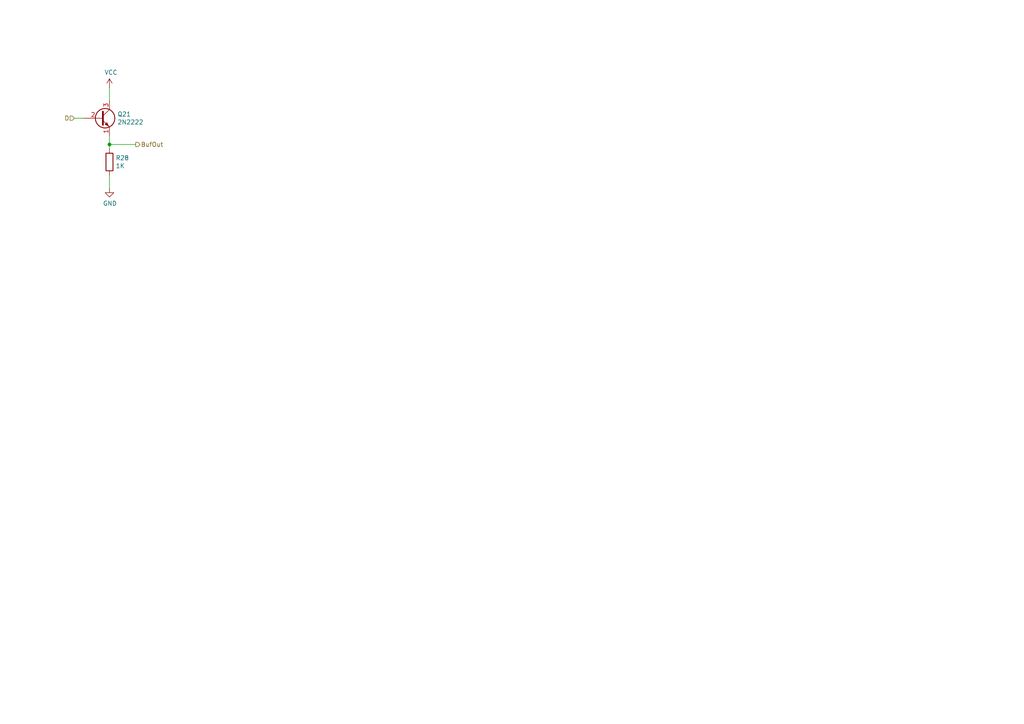
<source format=kicad_sch>
(kicad_sch (version 20230121) (generator eeschema)
  (paper "A4")
  (lib_symbols
    (symbol "2n2222:2N2222" (pin_names (offset 0) hide)
      (property "Reference" "Q" (at 5.08 1.905 0))
      (property "Value" "2N2222" (at 5.08 0 0))
      (symbol "2N2222_0_1"
        (polyline (pts (xy 0.635 0.635) (xy 2.54 2.54)))
        (polyline (pts (xy 0.635 -0.635) (xy 2.54 -2.54) (xy 2.54 -2.54)))
        (polyline (pts (xy 0.635 1.905) (xy 0.635 -1.905) (xy 0.635 -1.905)) (stroke (width 0.508)))
        (polyline (pts (xy 1.27 -1.778) (xy 1.778 -1.27) (xy 2.286 -2.286) (xy 1.27 -1.778) (xy 1.27 -1.778)) (fill (type outline)))
        (circle (center 1.27 0) (radius 2.8194) (stroke (width 0.254)))
      )
      (symbol "2N2222_1_1"
        (pin passive line (at 2.54 -5.08 90) (length 2.54) (name "E") (number "1"))
        (pin passive line (at -5.08 0 0) (length 5.715) (name "B") (number "2"))
        (pin passive line (at 2.54 5.08 270) (length 2.54) (name "C") (number "3"))
      )
    )
    (symbol "Device:R" (pin_numbers hide) (pin_names (offset 0))
      (property "Reference" "R" (at 2.032 0 90))
      (property "Value" "R" (at 0 0 90))
      (symbol "R_0_1"
        (rectangle (start -1.016 -2.54) (end 1.016 2.54) (stroke (width 0.254)))
      )
      (symbol "R_1_1"
        (pin passive line (at 0 3.81 270) (length 1.27) (name "~") (number "1"))
        (pin passive line (at 0 -3.81 90) (length 1.27) (name "~") (number "2"))
      )
    )
    (symbol "power:GND" (power) (pin_names (offset 0))
      (property "Value" "GND" (at 0 -3.81 0))
      (symbol "GND_0_1"
        (polyline (pts (xy 0 0) (xy 0 -1.27) (xy 1.27 -1.27) (xy 0 -2.54) (xy -1.27 -1.27) (xy 0 -1.27)))
      )
      (symbol "GND_1_1"
        (pin power_in line (at 0 0 270) (length 0) hide (name "GND") (number "1"))
      )
    )
    (symbol "power:VCC" (power) (pin_names (offset 0))
      (property "Value" "VCC" (at 0 3.81 0))
      (symbol "VCC_0_1"
        (polyline (pts (xy -0.762 1.27) (xy 0 2.54)))
        (polyline (pts (xy 0 0) (xy 0 2.54)))
        (polyline (pts (xy 0 2.54) (xy 0.762 1.27)))
      )
      (symbol "VCC_1_1"
        (pin power_in line (at 0 0 90) (length 0) hide (name "VCC") (number "1"))
      )
    )
  )
  (junction (at 31.75 41.91))
  (wire (pts (xy 31.75 43.18) (xy 31.75 41.91)))
  (wire (pts (xy 31.75 41.91) (xy 31.75 39.37)))
  (wire (pts (xy 21.59 34.29) (xy 24.13 34.29)))
  (wire (pts (xy 31.75 29.21) (xy 31.75 25.4)))
  (wire (pts (xy 31.75 54.61) (xy 31.75 50.8)))
  (wire (pts (xy 39.37 41.91) (xy 31.75 41.91)))
  (hierarchical_label "BufOut" (shape output) (at 39.37 41.91 0))
  (hierarchical_label "D" (shape input) (at 21.59 34.29 180))
  (symbol (lib_id "Device:R") (at 31.75 46.99 180) (unit 1)
    (property "Reference" "R28" (at 33.528 45.8216 0) (effects (justify right)))
    (property "Value" "1K" (at 33.528 48.133 0) (effects (justify right)))
    (property "Footprint" "Resistor_THT:R_Axial_DIN0309_L9.0mm_D3.2mm_P12.70mm_Horizontal" (effects hide))
  )
  (symbol (lib_id "power:VCC") (at 31.75 25.4 0) (unit 1)
    (property "Reference" "#PWR042" (effects hide))
    (property "Value" "VCC" (at 32.1818 21.0058 0))
  )
  (symbol (lib_id "power:GND") (at 31.75 54.61 0) (unit 1)
    (property "Reference" "#PWR043" (effects hide))
    (property "Value" "GND" (at 31.877 59.0042 0))
  )
  (symbol (lib_id "2n2222:2N2222") (at 29.21 34.29 0) (unit 1)
    (property "Reference" "Q21" (at 34.036 33.1216 0) (effects (justify left)))
    (property "Value" "2N2222" (at 34.036 35.433 0) (effects (justify left)))
    (property "Footprint" "Package_TO_SOT_THT:TO-92_Inline" (effects hide))
    (property "Datasheet" "https://www.fairchildsemi.com/datasheets/2N/2N3904.pdf" (effects hide))
  )
)
</source>
